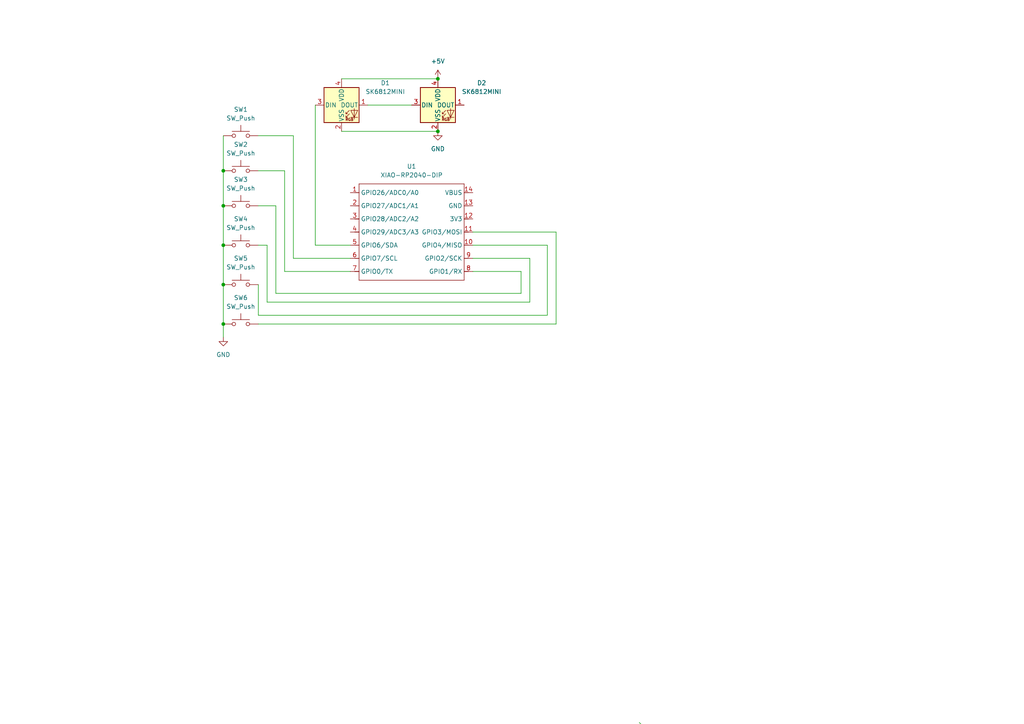
<source format=kicad_sch>
(kicad_sch
	(version 20250114)
	(generator "eeschema")
	(generator_version "9.0")
	(uuid "18b085ca-b690-4e13-89b8-3d44c17dabfe")
	(paper "A4")
	(lib_symbols
		(symbol "LED:SK6812MINI"
			(pin_names
				(offset 0.254)
			)
			(exclude_from_sim no)
			(in_bom yes)
			(on_board yes)
			(property "Reference" "D"
				(at 5.08 5.715 0)
				(effects
					(font
						(size 1.27 1.27)
					)
					(justify right bottom)
				)
			)
			(property "Value" "SK6812MINI"
				(at 1.27 -5.715 0)
				(effects
					(font
						(size 1.27 1.27)
					)
					(justify left top)
				)
			)
			(property "Footprint" "LED_SMD:LED_SK6812MINI_PLCC4_3.5x3.5mm_P1.75mm"
				(at 1.27 -7.62 0)
				(effects
					(font
						(size 1.27 1.27)
					)
					(justify left top)
					(hide yes)
				)
			)
			(property "Datasheet" "https://cdn-shop.adafruit.com/product-files/2686/SK6812MINI_REV.01-1-2.pdf"
				(at 2.54 -9.525 0)
				(effects
					(font
						(size 1.27 1.27)
					)
					(justify left top)
					(hide yes)
				)
			)
			(property "Description" "RGB LED with integrated controller"
				(at 0 0 0)
				(effects
					(font
						(size 1.27 1.27)
					)
					(hide yes)
				)
			)
			(property "ki_keywords" "RGB LED NeoPixel Mini addressable"
				(at 0 0 0)
				(effects
					(font
						(size 1.27 1.27)
					)
					(hide yes)
				)
			)
			(property "ki_fp_filters" "LED*SK6812MINI*PLCC*3.5x3.5mm*P1.75mm*"
				(at 0 0 0)
				(effects
					(font
						(size 1.27 1.27)
					)
					(hide yes)
				)
			)
			(symbol "SK6812MINI_0_0"
				(text "RGB"
					(at 2.286 -4.191 0)
					(effects
						(font
							(size 0.762 0.762)
						)
					)
				)
			)
			(symbol "SK6812MINI_0_1"
				(polyline
					(pts
						(xy 1.27 -2.54) (xy 1.778 -2.54)
					)
					(stroke
						(width 0)
						(type default)
					)
					(fill
						(type none)
					)
				)
				(polyline
					(pts
						(xy 1.27 -3.556) (xy 1.778 -3.556)
					)
					(stroke
						(width 0)
						(type default)
					)
					(fill
						(type none)
					)
				)
				(polyline
					(pts
						(xy 2.286 -1.524) (xy 1.27 -2.54) (xy 1.27 -2.032)
					)
					(stroke
						(width 0)
						(type default)
					)
					(fill
						(type none)
					)
				)
				(polyline
					(pts
						(xy 2.286 -2.54) (xy 1.27 -3.556) (xy 1.27 -3.048)
					)
					(stroke
						(width 0)
						(type default)
					)
					(fill
						(type none)
					)
				)
				(polyline
					(pts
						(xy 3.683 -1.016) (xy 3.683 -3.556) (xy 3.683 -4.064)
					)
					(stroke
						(width 0)
						(type default)
					)
					(fill
						(type none)
					)
				)
				(polyline
					(pts
						(xy 4.699 -1.524) (xy 2.667 -1.524) (xy 3.683 -3.556) (xy 4.699 -1.524)
					)
					(stroke
						(width 0)
						(type default)
					)
					(fill
						(type none)
					)
				)
				(polyline
					(pts
						(xy 4.699 -3.556) (xy 2.667 -3.556)
					)
					(stroke
						(width 0)
						(type default)
					)
					(fill
						(type none)
					)
				)
				(rectangle
					(start 5.08 5.08)
					(end -5.08 -5.08)
					(stroke
						(width 0.254)
						(type default)
					)
					(fill
						(type background)
					)
				)
			)
			(symbol "SK6812MINI_1_1"
				(pin input line
					(at -7.62 0 0)
					(length 2.54)
					(name "DIN"
						(effects
							(font
								(size 1.27 1.27)
							)
						)
					)
					(number "3"
						(effects
							(font
								(size 1.27 1.27)
							)
						)
					)
				)
				(pin power_in line
					(at 0 7.62 270)
					(length 2.54)
					(name "VDD"
						(effects
							(font
								(size 1.27 1.27)
							)
						)
					)
					(number "4"
						(effects
							(font
								(size 1.27 1.27)
							)
						)
					)
				)
				(pin power_in line
					(at 0 -7.62 90)
					(length 2.54)
					(name "VSS"
						(effects
							(font
								(size 1.27 1.27)
							)
						)
					)
					(number "2"
						(effects
							(font
								(size 1.27 1.27)
							)
						)
					)
				)
				(pin output line
					(at 7.62 0 180)
					(length 2.54)
					(name "DOUT"
						(effects
							(font
								(size 1.27 1.27)
							)
						)
					)
					(number "1"
						(effects
							(font
								(size 1.27 1.27)
							)
						)
					)
				)
			)
			(embedded_fonts no)
		)
		(symbol "OPL:XIAO-RP2040-DIP"
			(exclude_from_sim no)
			(in_bom yes)
			(on_board yes)
			(property "Reference" "U"
				(at 0 0 0)
				(effects
					(font
						(size 1.27 1.27)
					)
				)
			)
			(property "Value" "XIAO-RP2040-DIP"
				(at 5.334 -1.778 0)
				(effects
					(font
						(size 1.27 1.27)
					)
				)
			)
			(property "Footprint" "Module:MOUDLE14P-XIAO-DIP-SMD"
				(at 14.478 -32.258 0)
				(effects
					(font
						(size 1.27 1.27)
					)
					(hide yes)
				)
			)
			(property "Datasheet" ""
				(at 0 0 0)
				(effects
					(font
						(size 1.27 1.27)
					)
					(hide yes)
				)
			)
			(property "Description" ""
				(at 0 0 0)
				(effects
					(font
						(size 1.27 1.27)
					)
					(hide yes)
				)
			)
			(symbol "XIAO-RP2040-DIP_1_0"
				(polyline
					(pts
						(xy -1.27 -2.54) (xy 29.21 -2.54)
					)
					(stroke
						(width 0.1524)
						(type solid)
					)
					(fill
						(type none)
					)
				)
				(polyline
					(pts
						(xy -1.27 -5.08) (xy -2.54 -5.08)
					)
					(stroke
						(width 0.1524)
						(type solid)
					)
					(fill
						(type none)
					)
				)
				(polyline
					(pts
						(xy -1.27 -5.08) (xy -1.27 -2.54)
					)
					(stroke
						(width 0.1524)
						(type solid)
					)
					(fill
						(type none)
					)
				)
				(polyline
					(pts
						(xy -1.27 -8.89) (xy -2.54 -8.89)
					)
					(stroke
						(width 0.1524)
						(type solid)
					)
					(fill
						(type none)
					)
				)
				(polyline
					(pts
						(xy -1.27 -8.89) (xy -1.27 -5.08)
					)
					(stroke
						(width 0.1524)
						(type solid)
					)
					(fill
						(type none)
					)
				)
				(polyline
					(pts
						(xy -1.27 -12.7) (xy -2.54 -12.7)
					)
					(stroke
						(width 0.1524)
						(type solid)
					)
					(fill
						(type none)
					)
				)
				(polyline
					(pts
						(xy -1.27 -12.7) (xy -1.27 -8.89)
					)
					(stroke
						(width 0.1524)
						(type solid)
					)
					(fill
						(type none)
					)
				)
				(polyline
					(pts
						(xy -1.27 -16.51) (xy -2.54 -16.51)
					)
					(stroke
						(width 0.1524)
						(type solid)
					)
					(fill
						(type none)
					)
				)
				(polyline
					(pts
						(xy -1.27 -16.51) (xy -1.27 -12.7)
					)
					(stroke
						(width 0.1524)
						(type solid)
					)
					(fill
						(type none)
					)
				)
				(polyline
					(pts
						(xy -1.27 -20.32) (xy -2.54 -20.32)
					)
					(stroke
						(width 0.1524)
						(type solid)
					)
					(fill
						(type none)
					)
				)
				(polyline
					(pts
						(xy -1.27 -24.13) (xy -2.54 -24.13)
					)
					(stroke
						(width 0.1524)
						(type solid)
					)
					(fill
						(type none)
					)
				)
				(polyline
					(pts
						(xy -1.27 -27.94) (xy -2.54 -27.94)
					)
					(stroke
						(width 0.1524)
						(type solid)
					)
					(fill
						(type none)
					)
				)
				(polyline
					(pts
						(xy -1.27 -30.48) (xy -1.27 -16.51)
					)
					(stroke
						(width 0.1524)
						(type solid)
					)
					(fill
						(type none)
					)
				)
				(polyline
					(pts
						(xy 29.21 -2.54) (xy 29.21 -5.08)
					)
					(stroke
						(width 0.1524)
						(type solid)
					)
					(fill
						(type none)
					)
				)
				(polyline
					(pts
						(xy 29.21 -5.08) (xy 29.21 -8.89)
					)
					(stroke
						(width 0.1524)
						(type solid)
					)
					(fill
						(type none)
					)
				)
				(polyline
					(pts
						(xy 29.21 -8.89) (xy 29.21 -12.7)
					)
					(stroke
						(width 0.1524)
						(type solid)
					)
					(fill
						(type none)
					)
				)
				(polyline
					(pts
						(xy 29.21 -12.7) (xy 29.21 -30.48)
					)
					(stroke
						(width 0.1524)
						(type solid)
					)
					(fill
						(type none)
					)
				)
				(polyline
					(pts
						(xy 29.21 -30.48) (xy -1.27 -30.48)
					)
					(stroke
						(width 0.1524)
						(type solid)
					)
					(fill
						(type none)
					)
				)
				(polyline
					(pts
						(xy 30.48 -5.08) (xy 29.21 -5.08)
					)
					(stroke
						(width 0.1524)
						(type solid)
					)
					(fill
						(type none)
					)
				)
				(polyline
					(pts
						(xy 30.48 -8.89) (xy 29.21 -8.89)
					)
					(stroke
						(width 0.1524)
						(type solid)
					)
					(fill
						(type none)
					)
				)
				(polyline
					(pts
						(xy 30.48 -12.7) (xy 29.21 -12.7)
					)
					(stroke
						(width 0.1524)
						(type solid)
					)
					(fill
						(type none)
					)
				)
				(polyline
					(pts
						(xy 30.48 -16.51) (xy 29.21 -16.51)
					)
					(stroke
						(width 0.1524)
						(type solid)
					)
					(fill
						(type none)
					)
				)
				(polyline
					(pts
						(xy 30.48 -20.32) (xy 29.21 -20.32)
					)
					(stroke
						(width 0.1524)
						(type solid)
					)
					(fill
						(type none)
					)
				)
				(polyline
					(pts
						(xy 30.48 -24.13) (xy 29.21 -24.13)
					)
					(stroke
						(width 0.1524)
						(type solid)
					)
					(fill
						(type none)
					)
				)
				(polyline
					(pts
						(xy 30.48 -27.94) (xy 29.21 -27.94)
					)
					(stroke
						(width 0.1524)
						(type solid)
					)
					(fill
						(type none)
					)
				)
				(pin passive line
					(at -3.81 -5.08 0)
					(length 2.54)
					(name "GPIO26/ADC0/A0"
						(effects
							(font
								(size 1.27 1.27)
							)
						)
					)
					(number "1"
						(effects
							(font
								(size 1.27 1.27)
							)
						)
					)
				)
				(pin passive line
					(at -3.81 -8.89 0)
					(length 2.54)
					(name "GPIO27/ADC1/A1"
						(effects
							(font
								(size 1.27 1.27)
							)
						)
					)
					(number "2"
						(effects
							(font
								(size 1.27 1.27)
							)
						)
					)
				)
				(pin passive line
					(at -3.81 -12.7 0)
					(length 2.54)
					(name "GPIO28/ADC2/A2"
						(effects
							(font
								(size 1.27 1.27)
							)
						)
					)
					(number "3"
						(effects
							(font
								(size 1.27 1.27)
							)
						)
					)
				)
				(pin passive line
					(at -3.81 -16.51 0)
					(length 2.54)
					(name "GPIO29/ADC3/A3"
						(effects
							(font
								(size 1.27 1.27)
							)
						)
					)
					(number "4"
						(effects
							(font
								(size 1.27 1.27)
							)
						)
					)
				)
				(pin passive line
					(at -3.81 -20.32 0)
					(length 2.54)
					(name "GPIO6/SDA"
						(effects
							(font
								(size 1.27 1.27)
							)
						)
					)
					(number "5"
						(effects
							(font
								(size 1.27 1.27)
							)
						)
					)
				)
				(pin passive line
					(at -3.81 -24.13 0)
					(length 2.54)
					(name "GPIO7/SCL"
						(effects
							(font
								(size 1.27 1.27)
							)
						)
					)
					(number "6"
						(effects
							(font
								(size 1.27 1.27)
							)
						)
					)
				)
				(pin passive line
					(at -3.81 -27.94 0)
					(length 2.54)
					(name "GPIO0/TX"
						(effects
							(font
								(size 1.27 1.27)
							)
						)
					)
					(number "7"
						(effects
							(font
								(size 1.27 1.27)
							)
						)
					)
				)
				(pin passive line
					(at 31.75 -5.08 180)
					(length 2.54)
					(name "VBUS"
						(effects
							(font
								(size 1.27 1.27)
							)
						)
					)
					(number "14"
						(effects
							(font
								(size 1.27 1.27)
							)
						)
					)
				)
				(pin passive line
					(at 31.75 -8.89 180)
					(length 2.54)
					(name "GND"
						(effects
							(font
								(size 1.27 1.27)
							)
						)
					)
					(number "13"
						(effects
							(font
								(size 1.27 1.27)
							)
						)
					)
				)
				(pin passive line
					(at 31.75 -12.7 180)
					(length 2.54)
					(name "3V3"
						(effects
							(font
								(size 1.27 1.27)
							)
						)
					)
					(number "12"
						(effects
							(font
								(size 1.27 1.27)
							)
						)
					)
				)
				(pin passive line
					(at 31.75 -16.51 180)
					(length 2.54)
					(name "GPIO3/MOSI"
						(effects
							(font
								(size 1.27 1.27)
							)
						)
					)
					(number "11"
						(effects
							(font
								(size 1.27 1.27)
							)
						)
					)
				)
				(pin passive line
					(at 31.75 -20.32 180)
					(length 2.54)
					(name "GPIO4/MISO"
						(effects
							(font
								(size 1.27 1.27)
							)
						)
					)
					(number "10"
						(effects
							(font
								(size 1.27 1.27)
							)
						)
					)
				)
				(pin passive line
					(at 31.75 -24.13 180)
					(length 2.54)
					(name "GPIO2/SCK"
						(effects
							(font
								(size 1.27 1.27)
							)
						)
					)
					(number "9"
						(effects
							(font
								(size 1.27 1.27)
							)
						)
					)
				)
				(pin passive line
					(at 31.75 -27.94 180)
					(length 2.54)
					(name "GPIO1/RX"
						(effects
							(font
								(size 1.27 1.27)
							)
						)
					)
					(number "8"
						(effects
							(font
								(size 1.27 1.27)
							)
						)
					)
				)
			)
			(embedded_fonts no)
		)
		(symbol "Switch:SW_Push"
			(pin_numbers
				(hide yes)
			)
			(pin_names
				(offset 1.016)
				(hide yes)
			)
			(exclude_from_sim no)
			(in_bom yes)
			(on_board yes)
			(property "Reference" "SW"
				(at 1.27 2.54 0)
				(effects
					(font
						(size 1.27 1.27)
					)
					(justify left)
				)
			)
			(property "Value" "SW_Push"
				(at 0 -1.524 0)
				(effects
					(font
						(size 1.27 1.27)
					)
				)
			)
			(property "Footprint" ""
				(at 0 5.08 0)
				(effects
					(font
						(size 1.27 1.27)
					)
					(hide yes)
				)
			)
			(property "Datasheet" "~"
				(at 0 5.08 0)
				(effects
					(font
						(size 1.27 1.27)
					)
					(hide yes)
				)
			)
			(property "Description" "Push button switch, generic, two pins"
				(at 0 0 0)
				(effects
					(font
						(size 1.27 1.27)
					)
					(hide yes)
				)
			)
			(property "ki_keywords" "switch normally-open pushbutton push-button"
				(at 0 0 0)
				(effects
					(font
						(size 1.27 1.27)
					)
					(hide yes)
				)
			)
			(symbol "SW_Push_0_1"
				(circle
					(center -2.032 0)
					(radius 0.508)
					(stroke
						(width 0)
						(type default)
					)
					(fill
						(type none)
					)
				)
				(polyline
					(pts
						(xy 0 1.27) (xy 0 3.048)
					)
					(stroke
						(width 0)
						(type default)
					)
					(fill
						(type none)
					)
				)
				(circle
					(center 2.032 0)
					(radius 0.508)
					(stroke
						(width 0)
						(type default)
					)
					(fill
						(type none)
					)
				)
				(polyline
					(pts
						(xy 2.54 1.27) (xy -2.54 1.27)
					)
					(stroke
						(width 0)
						(type default)
					)
					(fill
						(type none)
					)
				)
				(pin passive line
					(at -5.08 0 0)
					(length 2.54)
					(name "1"
						(effects
							(font
								(size 1.27 1.27)
							)
						)
					)
					(number "1"
						(effects
							(font
								(size 1.27 1.27)
							)
						)
					)
				)
				(pin passive line
					(at 5.08 0 180)
					(length 2.54)
					(name "2"
						(effects
							(font
								(size 1.27 1.27)
							)
						)
					)
					(number "2"
						(effects
							(font
								(size 1.27 1.27)
							)
						)
					)
				)
			)
			(embedded_fonts no)
		)
		(symbol "power:+5V"
			(power)
			(pin_numbers
				(hide yes)
			)
			(pin_names
				(offset 0)
				(hide yes)
			)
			(exclude_from_sim no)
			(in_bom yes)
			(on_board yes)
			(property "Reference" "#PWR"
				(at 0 -3.81 0)
				(effects
					(font
						(size 1.27 1.27)
					)
					(hide yes)
				)
			)
			(property "Value" "+5V"
				(at 0 3.556 0)
				(effects
					(font
						(size 1.27 1.27)
					)
				)
			)
			(property "Footprint" ""
				(at 0 0 0)
				(effects
					(font
						(size 1.27 1.27)
					)
					(hide yes)
				)
			)
			(property "Datasheet" ""
				(at 0 0 0)
				(effects
					(font
						(size 1.27 1.27)
					)
					(hide yes)
				)
			)
			(property "Description" "Power symbol creates a global label with name \"+5V\""
				(at 0 0 0)
				(effects
					(font
						(size 1.27 1.27)
					)
					(hide yes)
				)
			)
			(property "ki_keywords" "global power"
				(at 0 0 0)
				(effects
					(font
						(size 1.27 1.27)
					)
					(hide yes)
				)
			)
			(symbol "+5V_0_1"
				(polyline
					(pts
						(xy -0.762 1.27) (xy 0 2.54)
					)
					(stroke
						(width 0)
						(type default)
					)
					(fill
						(type none)
					)
				)
				(polyline
					(pts
						(xy 0 2.54) (xy 0.762 1.27)
					)
					(stroke
						(width 0)
						(type default)
					)
					(fill
						(type none)
					)
				)
				(polyline
					(pts
						(xy 0 0) (xy 0 2.54)
					)
					(stroke
						(width 0)
						(type default)
					)
					(fill
						(type none)
					)
				)
			)
			(symbol "+5V_1_1"
				(pin power_in line
					(at 0 0 90)
					(length 0)
					(name "~"
						(effects
							(font
								(size 1.27 1.27)
							)
						)
					)
					(number "1"
						(effects
							(font
								(size 1.27 1.27)
							)
						)
					)
				)
			)
			(embedded_fonts no)
		)
		(symbol "power:GND"
			(power)
			(pin_numbers
				(hide yes)
			)
			(pin_names
				(offset 0)
				(hide yes)
			)
			(exclude_from_sim no)
			(in_bom yes)
			(on_board yes)
			(property "Reference" "#PWR"
				(at 0 -6.35 0)
				(effects
					(font
						(size 1.27 1.27)
					)
					(hide yes)
				)
			)
			(property "Value" "GND"
				(at 0 -3.81 0)
				(effects
					(font
						(size 1.27 1.27)
					)
				)
			)
			(property "Footprint" ""
				(at 0 0 0)
				(effects
					(font
						(size 1.27 1.27)
					)
					(hide yes)
				)
			)
			(property "Datasheet" ""
				(at 0 0 0)
				(effects
					(font
						(size 1.27 1.27)
					)
					(hide yes)
				)
			)
			(property "Description" "Power symbol creates a global label with name \"GND\" , ground"
				(at 0 0 0)
				(effects
					(font
						(size 1.27 1.27)
					)
					(hide yes)
				)
			)
			(property "ki_keywords" "global power"
				(at 0 0 0)
				(effects
					(font
						(size 1.27 1.27)
					)
					(hide yes)
				)
			)
			(symbol "GND_0_1"
				(polyline
					(pts
						(xy 0 0) (xy 0 -1.27) (xy 1.27 -1.27) (xy 0 -2.54) (xy -1.27 -1.27) (xy 0 -1.27)
					)
					(stroke
						(width 0)
						(type default)
					)
					(fill
						(type none)
					)
				)
			)
			(symbol "GND_1_1"
				(pin power_in line
					(at 0 0 270)
					(length 0)
					(name "~"
						(effects
							(font
								(size 1.27 1.27)
							)
						)
					)
					(number "1"
						(effects
							(font
								(size 1.27 1.27)
							)
						)
					)
				)
			)
			(embedded_fonts no)
		)
	)
	(junction
		(at 64.77 71.12)
		(diameter 0)
		(color 0 0 0 0)
		(uuid "2b8e75d7-afdf-4e57-9d4e-91eec692b6a7")
	)
	(junction
		(at 127 38.1)
		(diameter 0)
		(color 0 0 0 0)
		(uuid "36cf56a4-78a8-425d-8be0-e469deedd57c")
	)
	(junction
		(at 64.77 49.53)
		(diameter 0)
		(color 0 0 0 0)
		(uuid "47a0033b-157a-4523-a743-77dab192e397")
	)
	(junction
		(at 127 22.86)
		(diameter 0)
		(color 0 0 0 0)
		(uuid "9d2087ff-bad4-480a-9fd1-ddaa41ec188b")
	)
	(junction
		(at 64.77 59.69)
		(diameter 0)
		(color 0 0 0 0)
		(uuid "e5ac307e-6c1e-4657-8a2a-e2dcc56a6b48")
	)
	(junction
		(at 64.77 82.55)
		(diameter 0)
		(color 0 0 0 0)
		(uuid "ec8ebdcf-ffb9-4ed6-a264-8badf025767e")
	)
	(junction
		(at 64.77 93.98)
		(diameter 0)
		(color 0 0 0 0)
		(uuid "f2f8ebda-c3bf-458e-8ca0-2047adf7d07a")
	)
	(bus_entry
		(at 185.42 209.55)
		(size 2.54 2.54)
		(stroke
			(width 0)
			(type default)
		)
		(uuid "fca97a83-3201-4a4e-a8a9-a53a7b47755a")
	)
	(wire
		(pts
			(xy 77.47 71.12) (xy 77.47 87.63)
		)
		(stroke
			(width 0)
			(type default)
		)
		(uuid "0cddadc2-1fdf-4324-8b56-5f1462f9e662")
	)
	(wire
		(pts
			(xy 64.77 59.69) (xy 64.77 71.12)
		)
		(stroke
			(width 0)
			(type default)
		)
		(uuid "1ec42856-892e-460f-9a3c-903e1184831d")
	)
	(wire
		(pts
			(xy 99.06 38.1) (xy 127 38.1)
		)
		(stroke
			(width 0)
			(type default)
		)
		(uuid "2019b531-2edd-48cb-b31f-4ff0a214f288")
	)
	(wire
		(pts
			(xy 74.93 59.69) (xy 80.01 59.69)
		)
		(stroke
			(width 0)
			(type default)
		)
		(uuid "26c6ea7e-a3f9-4d09-9efd-1185a7632972")
	)
	(wire
		(pts
			(xy 74.93 93.98) (xy 161.29 93.98)
		)
		(stroke
			(width 0)
			(type default)
		)
		(uuid "30f37419-854c-4ae7-8155-511e8eb5c033")
	)
	(wire
		(pts
			(xy 74.93 82.55) (xy 74.93 91.44)
		)
		(stroke
			(width 0)
			(type default)
		)
		(uuid "31376c79-4751-4558-8588-5013465c3231")
	)
	(wire
		(pts
			(xy 74.93 91.44) (xy 158.75 91.44)
		)
		(stroke
			(width 0)
			(type default)
		)
		(uuid "320364b8-b632-4688-b435-92bc30df78e6")
	)
	(wire
		(pts
			(xy 151.13 78.74) (xy 137.16 78.74)
		)
		(stroke
			(width 0)
			(type default)
		)
		(uuid "3424b24b-c5fd-4946-b5bf-a0a6fc77f5e8")
	)
	(wire
		(pts
			(xy 153.67 87.63) (xy 153.67 74.93)
		)
		(stroke
			(width 0)
			(type default)
		)
		(uuid "4304a869-77b0-4001-85d1-20e6f120fde0")
	)
	(wire
		(pts
			(xy 151.13 85.09) (xy 151.13 78.74)
		)
		(stroke
			(width 0)
			(type default)
		)
		(uuid "46ea41e5-94b2-4d0d-bda8-528be199e328")
	)
	(wire
		(pts
			(xy 64.77 71.12) (xy 64.77 82.55)
		)
		(stroke
			(width 0)
			(type default)
		)
		(uuid "4ec1a2e5-b1de-4396-82f8-023a884c9ee4")
	)
	(wire
		(pts
			(xy 85.09 74.93) (xy 101.6 74.93)
		)
		(stroke
			(width 0)
			(type default)
		)
		(uuid "6557954c-990b-48b2-9f76-e6de2c1529bd")
	)
	(wire
		(pts
			(xy 101.6 78.74) (xy 82.55 78.74)
		)
		(stroke
			(width 0)
			(type default)
		)
		(uuid "6780d47e-9126-40f5-a8ad-1192185e189e")
	)
	(wire
		(pts
			(xy 161.29 67.31) (xy 137.16 67.31)
		)
		(stroke
			(width 0)
			(type default)
		)
		(uuid "77a5b60a-e526-450f-92bd-c7ee67c3c888")
	)
	(wire
		(pts
			(xy 64.77 82.55) (xy 64.77 93.98)
		)
		(stroke
			(width 0)
			(type default)
		)
		(uuid "7c36d86f-66dd-49de-821a-c3b2e030a170")
	)
	(wire
		(pts
			(xy 74.93 39.37) (xy 85.09 39.37)
		)
		(stroke
			(width 0)
			(type default)
		)
		(uuid "7ee8b9d5-bc62-4161-80c3-0441f1df764b")
	)
	(wire
		(pts
			(xy 64.77 49.53) (xy 64.77 59.69)
		)
		(stroke
			(width 0)
			(type default)
		)
		(uuid "886ada16-307e-4caf-b05f-746419f3a918")
	)
	(wire
		(pts
			(xy 99.06 22.86) (xy 127 22.86)
		)
		(stroke
			(width 0)
			(type default)
		)
		(uuid "8ac85464-2c0c-447c-a33a-534ad84ced92")
	)
	(wire
		(pts
			(xy 74.93 71.12) (xy 77.47 71.12)
		)
		(stroke
			(width 0)
			(type default)
		)
		(uuid "94a3aeb5-65ed-4b50-aa6f-bf80af9ddba9")
	)
	(wire
		(pts
			(xy 91.44 71.12) (xy 91.44 30.48)
		)
		(stroke
			(width 0)
			(type default)
		)
		(uuid "98008b18-59ac-4cc3-abcc-b4541245afbd")
	)
	(wire
		(pts
			(xy 158.75 91.44) (xy 158.75 71.12)
		)
		(stroke
			(width 0)
			(type default)
		)
		(uuid "9abb048a-84c4-40a4-be9f-d0c63a00d54b")
	)
	(wire
		(pts
			(xy 82.55 78.74) (xy 82.55 49.53)
		)
		(stroke
			(width 0)
			(type default)
		)
		(uuid "a5ae76c3-41f2-43a3-9a26-a0a998fa2d3b")
	)
	(wire
		(pts
			(xy 82.55 49.53) (xy 74.93 49.53)
		)
		(stroke
			(width 0)
			(type default)
		)
		(uuid "aa0cbad9-fbb0-4a94-9139-f76a759bc215")
	)
	(wire
		(pts
			(xy 77.47 87.63) (xy 153.67 87.63)
		)
		(stroke
			(width 0)
			(type default)
		)
		(uuid "ad18e55f-9610-4ab2-8467-d93167d11c78")
	)
	(wire
		(pts
			(xy 106.68 30.48) (xy 119.38 30.48)
		)
		(stroke
			(width 0)
			(type default)
		)
		(uuid "afb2e492-1dd9-4a97-a487-3c8b0a074df7")
	)
	(wire
		(pts
			(xy 101.6 71.12) (xy 91.44 71.12)
		)
		(stroke
			(width 0)
			(type default)
		)
		(uuid "b2104b9c-d0b7-474c-b4d4-c690a27cb454")
	)
	(wire
		(pts
			(xy 153.67 74.93) (xy 137.16 74.93)
		)
		(stroke
			(width 0)
			(type default)
		)
		(uuid "bd347edd-ce46-4c1e-913e-e3b341cac2c8")
	)
	(wire
		(pts
			(xy 80.01 59.69) (xy 80.01 85.09)
		)
		(stroke
			(width 0)
			(type default)
		)
		(uuid "be09ee5b-824a-435e-819e-4d9d216b8cf0")
	)
	(wire
		(pts
			(xy 161.29 93.98) (xy 161.29 67.31)
		)
		(stroke
			(width 0)
			(type default)
		)
		(uuid "c190ba36-b89e-4b04-b910-c9816ff5f527")
	)
	(wire
		(pts
			(xy 64.77 39.37) (xy 64.77 49.53)
		)
		(stroke
			(width 0)
			(type default)
		)
		(uuid "c4d081af-9a43-418d-b8bb-87599e584980")
	)
	(wire
		(pts
			(xy 80.01 85.09) (xy 151.13 85.09)
		)
		(stroke
			(width 0)
			(type default)
		)
		(uuid "c994670b-f2e1-4aa6-968f-1ff1eac2d175")
	)
	(wire
		(pts
			(xy 158.75 71.12) (xy 137.16 71.12)
		)
		(stroke
			(width 0)
			(type default)
		)
		(uuid "df1d91ea-2a39-4dd8-8a08-7ec123cf5d46")
	)
	(wire
		(pts
			(xy 85.09 39.37) (xy 85.09 74.93)
		)
		(stroke
			(width 0)
			(type default)
		)
		(uuid "f63c2649-3c32-4bca-8cf7-569ec0346f38")
	)
	(wire
		(pts
			(xy 64.77 93.98) (xy 64.77 97.79)
		)
		(stroke
			(width 0)
			(type default)
		)
		(uuid "fde2cb57-6329-4aea-9ba5-c63e5bfe1776")
	)
	(symbol
		(lib_id "Switch:SW_Push")
		(at 69.85 39.37 0)
		(unit 1)
		(exclude_from_sim no)
		(in_bom yes)
		(on_board yes)
		(dnp no)
		(fields_autoplaced yes)
		(uuid "1cbac32f-c468-46eb-8646-d2ba536d7dd9")
		(property "Reference" "SW1"
			(at 69.85 31.75 0)
			(effects
				(font
					(size 1.27 1.27)
				)
			)
		)
		(property "Value" "SW_Push"
			(at 69.85 34.29 0)
			(effects
				(font
					(size 1.27 1.27)
				)
			)
		)
		(property "Footprint" "Button_Switch_Keyboard:SW_Cherry_MX_1.00u_PCB"
			(at 69.85 34.29 0)
			(effects
				(font
					(size 1.27 1.27)
				)
				(hide yes)
			)
		)
		(property "Datasheet" "~"
			(at 69.85 34.29 0)
			(effects
				(font
					(size 1.27 1.27)
				)
				(hide yes)
			)
		)
		(property "Description" "Push button switch, generic, two pins"
			(at 69.85 39.37 0)
			(effects
				(font
					(size 1.27 1.27)
				)
				(hide yes)
			)
		)
		(pin "1"
			(uuid "bbb5f12f-1c6d-42f7-9dc1-a6f16811b18c")
		)
		(pin "2"
			(uuid "73c9e27a-655c-444b-b111-caa9a83f11a3")
		)
		(instances
			(project ""
				(path "/18b085ca-b690-4e13-89b8-3d44c17dabfe"
					(reference "SW1")
					(unit 1)
				)
			)
		)
	)
	(symbol
		(lib_id "LED:SK6812MINI")
		(at 99.06 30.48 0)
		(unit 1)
		(exclude_from_sim no)
		(in_bom yes)
		(on_board yes)
		(dnp no)
		(fields_autoplaced yes)
		(uuid "478c64d3-f019-4a7a-96a7-fbc8dd936051")
		(property "Reference" "D1"
			(at 111.76 24.0598 0)
			(effects
				(font
					(size 1.27 1.27)
				)
			)
		)
		(property "Value" "SK6812MINI"
			(at 111.76 26.5998 0)
			(effects
				(font
					(size 1.27 1.27)
				)
			)
		)
		(property "Footprint" "LED_SMD:LED_SK6812MINI_PLCC4_3.5x3.5mm_P1.75mm"
			(at 100.33 38.1 0)
			(effects
				(font
					(size 1.27 1.27)
				)
				(justify left top)
				(hide yes)
			)
		)
		(property "Datasheet" "https://cdn-shop.adafruit.com/product-files/2686/SK6812MINI_REV.01-1-2.pdf"
			(at 101.6 40.005 0)
			(effects
				(font
					(size 1.27 1.27)
				)
				(justify left top)
				(hide yes)
			)
		)
		(property "Description" "RGB LED with integrated controller"
			(at 99.06 30.48 0)
			(effects
				(font
					(size 1.27 1.27)
				)
				(hide yes)
			)
		)
		(pin "3"
			(uuid "1559c579-df09-46c6-b898-415906cd3930")
		)
		(pin "4"
			(uuid "6e22d55d-80e7-40ca-af6c-0dfe07e394bc")
		)
		(pin "2"
			(uuid "e54dcc30-4e68-4115-9d61-6b104c10773e")
		)
		(pin "1"
			(uuid "27d2edf1-dca4-4814-9608-becad01c43dc")
		)
		(instances
			(project ""
				(path "/18b085ca-b690-4e13-89b8-3d44c17dabfe"
					(reference "D1")
					(unit 1)
				)
			)
		)
	)
	(symbol
		(lib_id "OPL:XIAO-RP2040-DIP")
		(at 105.41 50.8 0)
		(unit 1)
		(exclude_from_sim no)
		(in_bom yes)
		(on_board yes)
		(dnp no)
		(fields_autoplaced yes)
		(uuid "51064704-037e-4cf4-87e9-1dbdfae19b44")
		(property "Reference" "U1"
			(at 119.38 48.26 0)
			(effects
				(font
					(size 1.27 1.27)
				)
			)
		)
		(property "Value" "XIAO-RP2040-DIP"
			(at 119.38 50.8 0)
			(effects
				(font
					(size 1.27 1.27)
				)
			)
		)
		(property "Footprint" "OPL:XIAO-RP2040-DIP"
			(at 119.888 83.058 0)
			(effects
				(font
					(size 1.27 1.27)
				)
				(hide yes)
			)
		)
		(property "Datasheet" ""
			(at 105.41 50.8 0)
			(effects
				(font
					(size 1.27 1.27)
				)
				(hide yes)
			)
		)
		(property "Description" ""
			(at 105.41 50.8 0)
			(effects
				(font
					(size 1.27 1.27)
				)
				(hide yes)
			)
		)
		(pin "12"
			(uuid "ee0b281f-2815-4626-adfe-7de30db57b7d")
		)
		(pin "8"
			(uuid "a503f8b4-afa7-4b7b-a4b5-a9e849986553")
		)
		(pin "4"
			(uuid "6ff51bb1-f9a5-44bb-87e7-5018484d088b")
		)
		(pin "10"
			(uuid "fd70724b-fe69-44a6-ab9f-4c9a68518859")
		)
		(pin "11"
			(uuid "05021be0-3627-487a-a447-95ff8d3636a0")
		)
		(pin "1"
			(uuid "fe0a005f-75d6-4a00-93bf-79b3e1fc7915")
		)
		(pin "5"
			(uuid "2be36bdc-2208-497b-a819-472cf2440e40")
		)
		(pin "13"
			(uuid "3924be83-1694-4cf7-8639-e98ee997da92")
		)
		(pin "2"
			(uuid "dbed7a7b-75d7-40cc-bff6-2caea3f0f5b7")
		)
		(pin "6"
			(uuid "0fe3fc4b-6a69-40c2-9ff5-ee8548549249")
		)
		(pin "3"
			(uuid "5ecf6ad9-cf5e-4442-839a-3fa37f341d01")
		)
		(pin "7"
			(uuid "6f7e1f46-6c49-41d1-8884-5ffd53e29325")
		)
		(pin "14"
			(uuid "69e1f66b-53d7-4652-bbfa-b87e49b84761")
		)
		(pin "9"
			(uuid "d8d3aad6-6045-4edb-9bfe-fc2da5797c63")
		)
		(instances
			(project ""
				(path "/18b085ca-b690-4e13-89b8-3d44c17dabfe"
					(reference "U1")
					(unit 1)
				)
			)
		)
	)
	(symbol
		(lib_id "power:+5V")
		(at 127 22.86 0)
		(unit 1)
		(exclude_from_sim no)
		(in_bom yes)
		(on_board yes)
		(dnp no)
		(fields_autoplaced yes)
		(uuid "529e2e30-3812-4bba-b923-1ae9965e5acf")
		(property "Reference" "#PWR02"
			(at 127 26.67 0)
			(effects
				(font
					(size 1.27 1.27)
				)
				(hide yes)
			)
		)
		(property "Value" "+5V"
			(at 127 17.78 0)
			(effects
				(font
					(size 1.27 1.27)
				)
			)
		)
		(property "Footprint" ""
			(at 127 22.86 0)
			(effects
				(font
					(size 1.27 1.27)
				)
				(hide yes)
			)
		)
		(property "Datasheet" ""
			(at 127 22.86 0)
			(effects
				(font
					(size 1.27 1.27)
				)
				(hide yes)
			)
		)
		(property "Description" "Power symbol creates a global label with name \"+5V\""
			(at 127 22.86 0)
			(effects
				(font
					(size 1.27 1.27)
				)
				(hide yes)
			)
		)
		(pin "1"
			(uuid "60254493-2fd8-4a32-9b1b-92e19c8bfec2")
		)
		(instances
			(project ""
				(path "/18b085ca-b690-4e13-89b8-3d44c17dabfe"
					(reference "#PWR02")
					(unit 1)
				)
			)
		)
	)
	(symbol
		(lib_id "Switch:SW_Push")
		(at 69.85 71.12 0)
		(unit 1)
		(exclude_from_sim no)
		(in_bom yes)
		(on_board yes)
		(dnp no)
		(fields_autoplaced yes)
		(uuid "7371e478-857f-49b3-b3b1-2aaa9315f409")
		(property "Reference" "SW4"
			(at 69.85 63.5 0)
			(effects
				(font
					(size 1.27 1.27)
				)
			)
		)
		(property "Value" "SW_Push"
			(at 69.85 66.04 0)
			(effects
				(font
					(size 1.27 1.27)
				)
			)
		)
		(property "Footprint" "Button_Switch_Keyboard:SW_Cherry_MX_1.00u_PCB"
			(at 69.85 66.04 0)
			(effects
				(font
					(size 1.27 1.27)
				)
				(hide yes)
			)
		)
		(property "Datasheet" "~"
			(at 69.85 66.04 0)
			(effects
				(font
					(size 1.27 1.27)
				)
				(hide yes)
			)
		)
		(property "Description" "Push button switch, generic, two pins"
			(at 69.85 71.12 0)
			(effects
				(font
					(size 1.27 1.27)
				)
				(hide yes)
			)
		)
		(pin "2"
			(uuid "ddcdd406-7915-4947-90cb-aebd02dafd82")
		)
		(pin "1"
			(uuid "0aef2eb1-a2bd-4ee6-8939-f161c8286c11")
		)
		(instances
			(project "The-hackpad"
				(path "/18b085ca-b690-4e13-89b8-3d44c17dabfe"
					(reference "SW4")
					(unit 1)
				)
			)
		)
	)
	(symbol
		(lib_id "Switch:SW_Push")
		(at 69.85 49.53 0)
		(unit 1)
		(exclude_from_sim no)
		(in_bom yes)
		(on_board yes)
		(dnp no)
		(fields_autoplaced yes)
		(uuid "9d5f8581-929e-4a28-aa23-b7ab77518fcc")
		(property "Reference" "SW2"
			(at 69.85 41.91 0)
			(effects
				(font
					(size 1.27 1.27)
				)
			)
		)
		(property "Value" "SW_Push"
			(at 69.85 44.45 0)
			(effects
				(font
					(size 1.27 1.27)
				)
			)
		)
		(property "Footprint" "Button_Switch_Keyboard:SW_Cherry_MX_1.00u_PCB"
			(at 69.85 44.45 0)
			(effects
				(font
					(size 1.27 1.27)
				)
				(hide yes)
			)
		)
		(property "Datasheet" "~"
			(at 69.85 44.45 0)
			(effects
				(font
					(size 1.27 1.27)
				)
				(hide yes)
			)
		)
		(property "Description" "Push button switch, generic, two pins"
			(at 69.85 49.53 0)
			(effects
				(font
					(size 1.27 1.27)
				)
				(hide yes)
			)
		)
		(pin "2"
			(uuid "ef391604-94d0-48f3-a5ab-8107a81467ef")
		)
		(pin "1"
			(uuid "189babd6-2cb2-4cba-bfc1-280f2e957ce5")
		)
		(instances
			(project ""
				(path "/18b085ca-b690-4e13-89b8-3d44c17dabfe"
					(reference "SW2")
					(unit 1)
				)
			)
		)
	)
	(symbol
		(lib_id "power:GND")
		(at 127 38.1 0)
		(unit 1)
		(exclude_from_sim no)
		(in_bom yes)
		(on_board yes)
		(dnp no)
		(fields_autoplaced yes)
		(uuid "a7fbf3c7-ce9a-4b93-9c3c-228c1a994d76")
		(property "Reference" "#PWR01"
			(at 127 44.45 0)
			(effects
				(font
					(size 1.27 1.27)
				)
				(hide yes)
			)
		)
		(property "Value" "GND"
			(at 127 43.18 0)
			(effects
				(font
					(size 1.27 1.27)
				)
			)
		)
		(property "Footprint" ""
			(at 127 38.1 0)
			(effects
				(font
					(size 1.27 1.27)
				)
				(hide yes)
			)
		)
		(property "Datasheet" ""
			(at 127 38.1 0)
			(effects
				(font
					(size 1.27 1.27)
				)
				(hide yes)
			)
		)
		(property "Description" "Power symbol creates a global label with name \"GND\" , ground"
			(at 127 38.1 0)
			(effects
				(font
					(size 1.27 1.27)
				)
				(hide yes)
			)
		)
		(pin "1"
			(uuid "c338762b-8803-4757-86eb-70e92abceb76")
		)
		(instances
			(project ""
				(path "/18b085ca-b690-4e13-89b8-3d44c17dabfe"
					(reference "#PWR01")
					(unit 1)
				)
			)
		)
	)
	(symbol
		(lib_id "Switch:SW_Push")
		(at 69.85 59.69 0)
		(unit 1)
		(exclude_from_sim no)
		(in_bom yes)
		(on_board yes)
		(dnp no)
		(fields_autoplaced yes)
		(uuid "b298378d-75c7-4112-9ad4-e06ddb2ddb6d")
		(property "Reference" "SW3"
			(at 69.85 52.07 0)
			(effects
				(font
					(size 1.27 1.27)
				)
			)
		)
		(property "Value" "SW_Push"
			(at 69.85 54.61 0)
			(effects
				(font
					(size 1.27 1.27)
				)
			)
		)
		(property "Footprint" "Button_Switch_Keyboard:SW_Cherry_MX_1.00u_PCB"
			(at 69.85 54.61 0)
			(effects
				(font
					(size 1.27 1.27)
				)
				(hide yes)
			)
		)
		(property "Datasheet" "~"
			(at 69.85 54.61 0)
			(effects
				(font
					(size 1.27 1.27)
				)
				(hide yes)
			)
		)
		(property "Description" "Push button switch, generic, two pins"
			(at 69.85 59.69 0)
			(effects
				(font
					(size 1.27 1.27)
				)
				(hide yes)
			)
		)
		(pin "2"
			(uuid "1d25f29d-6e2e-4174-a98c-1fe94ec21523")
		)
		(pin "1"
			(uuid "7855466d-6bd9-4e5f-94a8-6f6737aa1871")
		)
		(instances
			(project "The-hackpad"
				(path "/18b085ca-b690-4e13-89b8-3d44c17dabfe"
					(reference "SW3")
					(unit 1)
				)
			)
		)
	)
	(symbol
		(lib_id "Switch:SW_Push")
		(at 69.85 82.55 0)
		(unit 1)
		(exclude_from_sim no)
		(in_bom yes)
		(on_board yes)
		(dnp no)
		(fields_autoplaced yes)
		(uuid "b417f815-0114-49e4-b2b0-89d87b5d8b08")
		(property "Reference" "SW5"
			(at 69.85 74.93 0)
			(effects
				(font
					(size 1.27 1.27)
				)
			)
		)
		(property "Value" "SW_Push"
			(at 69.85 77.47 0)
			(effects
				(font
					(size 1.27 1.27)
				)
			)
		)
		(property "Footprint" "Button_Switch_Keyboard:SW_Cherry_MX_1.00u_PCB"
			(at 69.85 77.47 0)
			(effects
				(font
					(size 1.27 1.27)
				)
				(hide yes)
			)
		)
		(property "Datasheet" "~"
			(at 69.85 77.47 0)
			(effects
				(font
					(size 1.27 1.27)
				)
				(hide yes)
			)
		)
		(property "Description" "Push button switch, generic, two pins"
			(at 69.85 82.55 0)
			(effects
				(font
					(size 1.27 1.27)
				)
				(hide yes)
			)
		)
		(pin "2"
			(uuid "75fab64a-c32f-4eff-9a89-79a772485a2d")
		)
		(pin "1"
			(uuid "7a9a20e6-30ac-4306-9a15-78c9ba051625")
		)
		(instances
			(project "The-hackpad"
				(path "/18b085ca-b690-4e13-89b8-3d44c17dabfe"
					(reference "SW5")
					(unit 1)
				)
			)
		)
	)
	(symbol
		(lib_id "Switch:SW_Push")
		(at 69.85 93.98 0)
		(unit 1)
		(exclude_from_sim no)
		(in_bom yes)
		(on_board yes)
		(dnp no)
		(fields_autoplaced yes)
		(uuid "e436de29-0595-4fbb-8ffe-d1b064faa3b8")
		(property "Reference" "SW6"
			(at 69.85 86.36 0)
			(effects
				(font
					(size 1.27 1.27)
				)
			)
		)
		(property "Value" "SW_Push"
			(at 69.85 88.9 0)
			(effects
				(font
					(size 1.27 1.27)
				)
			)
		)
		(property "Footprint" "Button_Switch_Keyboard:SW_Cherry_MX_1.00u_PCB"
			(at 69.85 88.9 0)
			(effects
				(font
					(size 1.27 1.27)
				)
				(hide yes)
			)
		)
		(property "Datasheet" "~"
			(at 69.85 88.9 0)
			(effects
				(font
					(size 1.27 1.27)
				)
				(hide yes)
			)
		)
		(property "Description" "Push button switch, generic, two pins"
			(at 69.85 93.98 0)
			(effects
				(font
					(size 1.27 1.27)
				)
				(hide yes)
			)
		)
		(pin "2"
			(uuid "2b2c03ac-2a79-47f5-ba1e-25659b380662")
		)
		(pin "1"
			(uuid "db188131-2c59-49d8-b08b-2a7a9a50062d")
		)
		(instances
			(project "The-hackpad"
				(path "/18b085ca-b690-4e13-89b8-3d44c17dabfe"
					(reference "SW6")
					(unit 1)
				)
			)
		)
	)
	(symbol
		(lib_id "LED:SK6812MINI")
		(at 127 30.48 0)
		(unit 1)
		(exclude_from_sim no)
		(in_bom yes)
		(on_board yes)
		(dnp no)
		(fields_autoplaced yes)
		(uuid "e5dc9342-ffae-4fea-9cd3-1635c84e34f4")
		(property "Reference" "D2"
			(at 139.7 24.0598 0)
			(effects
				(font
					(size 1.27 1.27)
				)
			)
		)
		(property "Value" "SK6812MINI"
			(at 139.7 26.5998 0)
			(effects
				(font
					(size 1.27 1.27)
				)
			)
		)
		(property "Footprint" "LED_SMD:LED_SK6812MINI_PLCC4_3.5x3.5mm_P1.75mm"
			(at 128.27 38.1 0)
			(effects
				(font
					(size 1.27 1.27)
				)
				(justify left top)
				(hide yes)
			)
		)
		(property "Datasheet" "https://cdn-shop.adafruit.com/product-files/2686/SK6812MINI_REV.01-1-2.pdf"
			(at 129.54 40.005 0)
			(effects
				(font
					(size 1.27 1.27)
				)
				(justify left top)
				(hide yes)
			)
		)
		(property "Description" "RGB LED with integrated controller"
			(at 127 30.48 0)
			(effects
				(font
					(size 1.27 1.27)
				)
				(hide yes)
			)
		)
		(pin "2"
			(uuid "b7e2b1d3-92ca-44de-9d2d-f3048ca6d4a4")
		)
		(pin "3"
			(uuid "42b59577-94ca-49e3-8e3b-defc8f22974c")
		)
		(pin "4"
			(uuid "77591e38-3f89-46c0-86f7-1a80621f352d")
		)
		(pin "1"
			(uuid "6978218b-7fda-4ce2-bd6e-62bbbad8bfb7")
		)
		(instances
			(project ""
				(path "/18b085ca-b690-4e13-89b8-3d44c17dabfe"
					(reference "D2")
					(unit 1)
				)
			)
		)
	)
	(symbol
		(lib_id "power:GND")
		(at 64.77 97.79 0)
		(unit 1)
		(exclude_from_sim no)
		(in_bom yes)
		(on_board yes)
		(dnp no)
		(fields_autoplaced yes)
		(uuid "ea5f1eb6-bd27-4370-bf86-e045c1f6ed71")
		(property "Reference" "#PWR03"
			(at 64.77 104.14 0)
			(effects
				(font
					(size 1.27 1.27)
				)
				(hide yes)
			)
		)
		(property "Value" "GND"
			(at 64.77 102.87 0)
			(effects
				(font
					(size 1.27 1.27)
				)
			)
		)
		(property "Footprint" ""
			(at 64.77 97.79 0)
			(effects
				(font
					(size 1.27 1.27)
				)
				(hide yes)
			)
		)
		(property "Datasheet" ""
			(at 64.77 97.79 0)
			(effects
				(font
					(size 1.27 1.27)
				)
				(hide yes)
			)
		)
		(property "Description" "Power symbol creates a global label with name \"GND\" , ground"
			(at 64.77 97.79 0)
			(effects
				(font
					(size 1.27 1.27)
				)
				(hide yes)
			)
		)
		(pin "1"
			(uuid "a45696c6-6303-48dd-961d-79c64f19915d")
		)
		(instances
			(project ""
				(path "/18b085ca-b690-4e13-89b8-3d44c17dabfe"
					(reference "#PWR03")
					(unit 1)
				)
			)
		)
	)
	(sheet_instances
		(path "/"
			(page "1")
		)
	)
	(embedded_fonts no)
)

</source>
